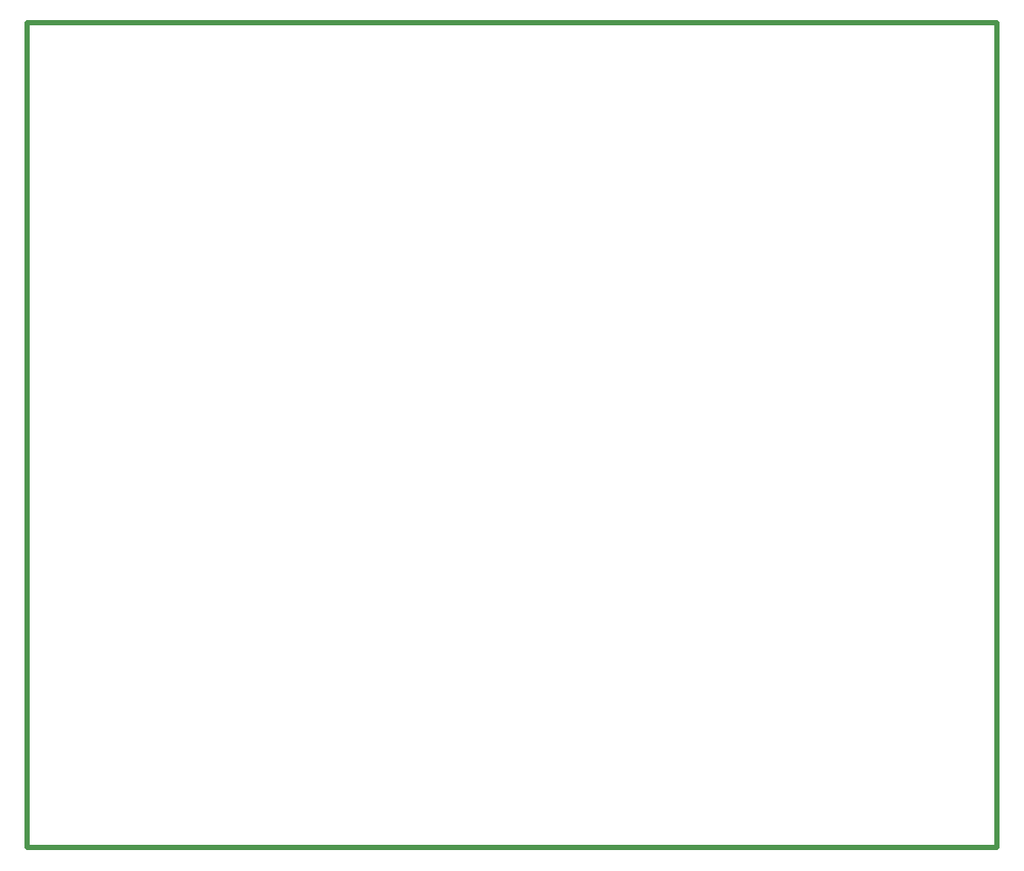
<source format=gbr>
%TF.GenerationSoftware,KiCad,Pcbnew,(5.1.4)-1*%
%TF.CreationDate,2021-02-25T21:00:52+08:00*%
%TF.ProjectId,Coax_fix,436f6178-5f66-4697-982e-6b696361645f,rev?*%
%TF.SameCoordinates,Original*%
%TF.FileFunction,Profile,NP*%
%FSLAX46Y46*%
G04 Gerber Fmt 4.6, Leading zero omitted, Abs format (unit mm)*
G04 Created by KiCad (PCBNEW (5.1.4)-1) date 2021-02-25 21:00:52*
%MOMM*%
%LPD*%
G04 APERTURE LIST*
%ADD10C,0.500000*%
G04 APERTURE END LIST*
D10*
X45000000Y-115000000D02*
X45000000Y-35000000D01*
X139000000Y-115000000D02*
X45000000Y-115000000D01*
X139000000Y-35000000D02*
X139000000Y-115000000D01*
X45000000Y-35000000D02*
X139000000Y-35000000D01*
M02*

</source>
